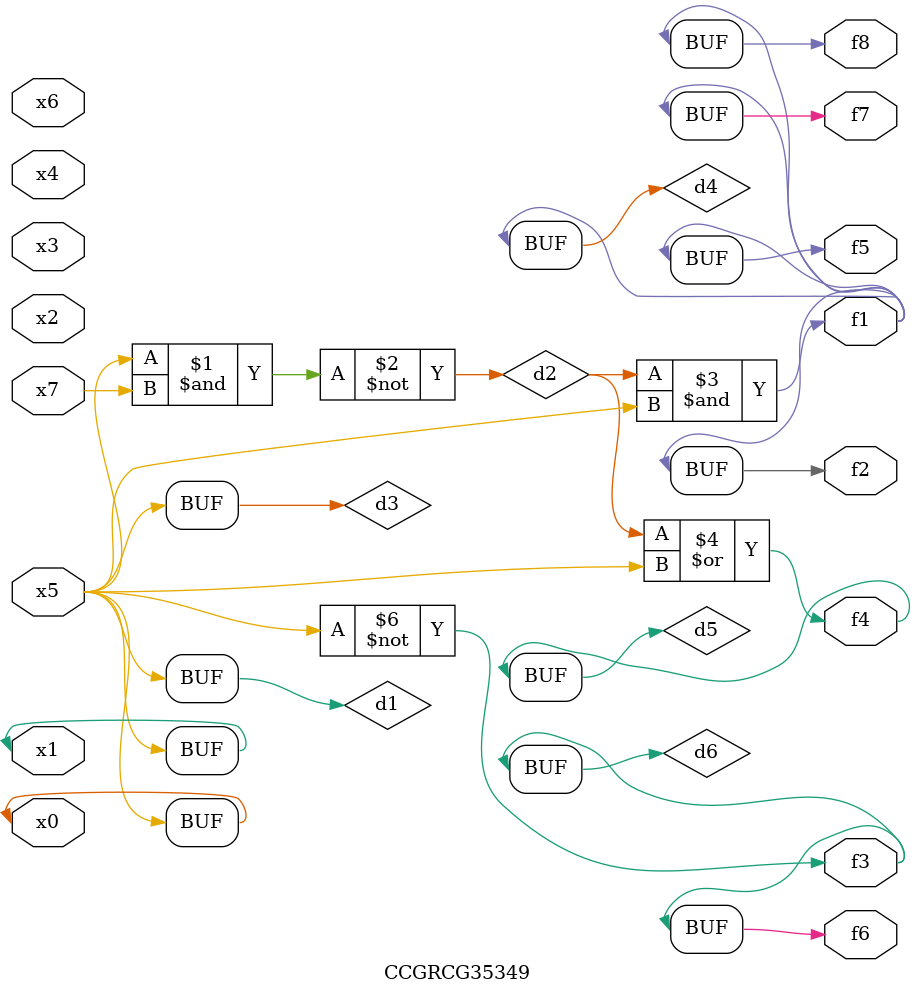
<source format=v>
module CCGRCG35349(
	input x0, x1, x2, x3, x4, x5, x6, x7,
	output f1, f2, f3, f4, f5, f6, f7, f8
);

	wire d1, d2, d3, d4, d5, d6;

	buf (d1, x0, x5);
	nand (d2, x5, x7);
	buf (d3, x0, x1);
	and (d4, d2, d3);
	or (d5, d2, d3);
	nor (d6, d1, d3);
	assign f1 = d4;
	assign f2 = d4;
	assign f3 = d6;
	assign f4 = d5;
	assign f5 = d4;
	assign f6 = d6;
	assign f7 = d4;
	assign f8 = d4;
endmodule

</source>
